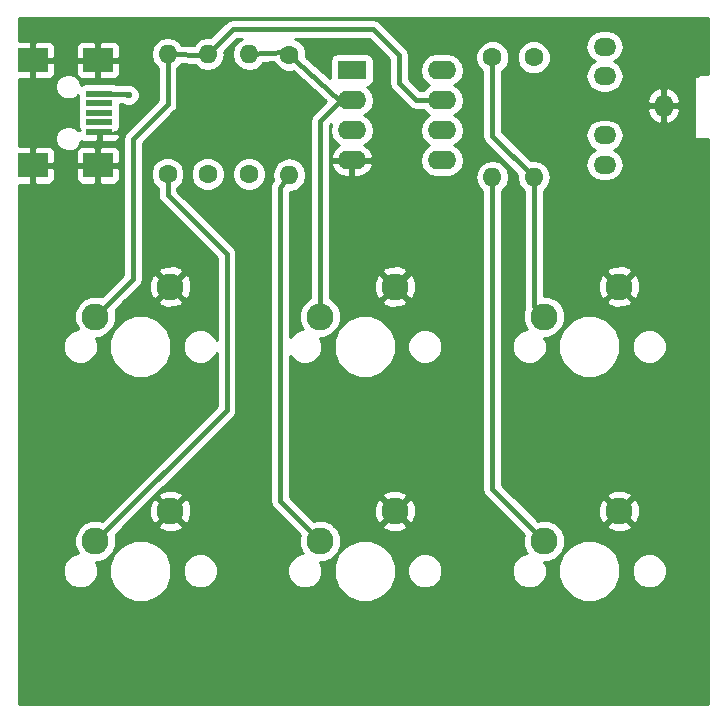
<source format=gtl>
G04 #@! TF.FileFunction,Copper,L1,Top,Signal*
%FSLAX46Y46*%
G04 Gerber Fmt 4.6, Leading zero omitted, Abs format (unit mm)*
G04 Created by KiCad (PCBNEW 4.0.6) date Sunday, July 23, 2017 'AMt' 03:34:07 AM*
%MOMM*%
%LPD*%
G01*
G04 APERTURE LIST*
%ADD10C,0.100000*%
%ADD11C,2.286000*%
%ADD12O,1.524000X1.900000*%
%ADD13O,1.900000X1.524000*%
%ADD14R,2.400000X1.600000*%
%ADD15O,2.400000X1.600000*%
%ADD16C,1.600000*%
%ADD17O,1.600000X1.600000*%
%ADD18R,2.300000X0.500000*%
%ADD19R,2.500000X2.000000*%
%ADD20C,0.600000*%
%ADD21C,0.400000*%
%ADD22C,0.254000*%
G04 APERTURE END LIST*
D10*
D11*
X123412000Y-113947000D03*
X117062000Y-116487000D03*
X142412000Y-94947000D03*
X136062000Y-97487000D03*
D12*
X165172000Y-79627000D03*
D13*
X160172000Y-82127000D03*
X160172000Y-77127000D03*
X160172000Y-84627000D03*
X160172000Y-74627000D03*
D14*
X138772000Y-76627000D03*
D15*
X146392000Y-84247000D03*
X138772000Y-79167000D03*
X146392000Y-81707000D03*
X138772000Y-81707000D03*
X146392000Y-79167000D03*
X138772000Y-84247000D03*
X146392000Y-76627000D03*
D16*
X126572000Y-85427000D03*
D17*
X126572000Y-75267000D03*
D16*
X123172000Y-85427000D03*
D17*
X123172000Y-75267000D03*
D16*
X130072000Y-85427000D03*
D17*
X130072000Y-75267000D03*
D16*
X133472000Y-75327000D03*
D17*
X133472000Y-85487000D03*
D16*
X154172000Y-75527000D03*
D17*
X154172000Y-85687000D03*
D16*
X150672000Y-75527000D03*
D17*
X150672000Y-85687000D03*
D18*
X117372000Y-78627000D03*
X117372000Y-79427000D03*
X117372000Y-80227000D03*
X117372000Y-81027000D03*
X117372000Y-81827000D03*
D19*
X117272000Y-75777000D03*
X111772000Y-75777000D03*
X117272000Y-84677000D03*
X111772000Y-84677000D03*
D11*
X123412000Y-94947000D03*
X117062000Y-97487000D03*
X142412000Y-113947000D03*
X136062000Y-116487000D03*
X161412000Y-94947000D03*
X155062000Y-97487000D03*
X161412000Y-113947000D03*
X155062000Y-116487000D03*
D20*
X119872000Y-78727000D03*
D21*
X117372000Y-78627000D02*
X119772000Y-78627000D01*
X119772000Y-78627000D02*
X119872000Y-78727000D01*
X123172000Y-75267000D02*
X126472000Y-75367000D01*
X126472000Y-75367000D02*
X126572000Y-75267000D01*
X146392000Y-79167000D02*
X144212000Y-79167000D01*
X128712000Y-73127000D02*
X126572000Y-75267000D01*
X140572000Y-73127000D02*
X128712000Y-73127000D01*
X142772000Y-75327000D02*
X140572000Y-73127000D01*
X142772000Y-77727000D02*
X142772000Y-75327000D01*
X144212000Y-79167000D02*
X142772000Y-77727000D01*
X123172000Y-75267000D02*
X123172000Y-79527000D01*
X120272000Y-94277000D02*
X117062000Y-97487000D01*
X120272000Y-82427000D02*
X120272000Y-94277000D01*
X123172000Y-79527000D02*
X120272000Y-82427000D01*
X123172000Y-85427000D02*
X123172000Y-87227000D01*
X128172000Y-105377000D02*
X117062000Y-116487000D01*
X128172000Y-92227000D02*
X128172000Y-105377000D01*
X123172000Y-87227000D02*
X128172000Y-92227000D01*
X130072000Y-75267000D02*
X133212000Y-75067000D01*
X133212000Y-75067000D02*
X137712000Y-79167000D01*
X137712000Y-79167000D02*
X138772000Y-79167000D01*
X138772000Y-79167000D02*
X137832000Y-79167000D01*
X137832000Y-79167000D02*
X136062000Y-80937000D01*
X136062000Y-80937000D02*
X136062000Y-97487000D01*
X133472000Y-85487000D02*
X133412000Y-85487000D01*
X133412000Y-85487000D02*
X132672000Y-86627000D01*
X132672000Y-86627000D02*
X132672000Y-113097000D01*
X132672000Y-113097000D02*
X136062000Y-116487000D01*
X150672000Y-75527000D02*
X150672000Y-82187000D01*
X150672000Y-82187000D02*
X154172000Y-85687000D01*
X154172000Y-85687000D02*
X154172000Y-96597000D01*
X154172000Y-96597000D02*
X155062000Y-97487000D01*
X150672000Y-85687000D02*
X150672000Y-112097000D01*
X150672000Y-112097000D02*
X155062000Y-116487000D01*
D22*
G36*
X168962000Y-76917000D02*
X168472000Y-76917000D01*
X168200295Y-76971046D01*
X168007301Y-77100000D01*
X167872000Y-77100000D01*
X167822590Y-77110006D01*
X167780965Y-77138447D01*
X167753685Y-77180841D01*
X167745000Y-77227000D01*
X167745000Y-82327000D01*
X167755006Y-82376410D01*
X167783447Y-82418035D01*
X167825841Y-82445315D01*
X167872000Y-82454000D01*
X168962000Y-82454000D01*
X168962000Y-130317000D01*
X110582000Y-130317000D01*
X110582000Y-119321267D01*
X114305842Y-119321267D01*
X114531580Y-119867595D01*
X114949206Y-120285951D01*
X115495139Y-120512642D01*
X116086267Y-120513158D01*
X116632595Y-120287420D01*
X117050951Y-119869794D01*
X117184726Y-119547626D01*
X118242645Y-119547626D01*
X118642028Y-120514207D01*
X119380904Y-121254373D01*
X120346785Y-121655442D01*
X121392626Y-121656355D01*
X122359207Y-121256972D01*
X123099373Y-120518096D01*
X123500442Y-119552215D01*
X123500643Y-119321267D01*
X124465842Y-119321267D01*
X124691580Y-119867595D01*
X125109206Y-120285951D01*
X125655139Y-120512642D01*
X126246267Y-120513158D01*
X126792595Y-120287420D01*
X127210951Y-119869794D01*
X127437642Y-119323861D01*
X127438158Y-118732733D01*
X127212420Y-118186405D01*
X126794794Y-117768049D01*
X126248861Y-117541358D01*
X125657733Y-117540842D01*
X125111405Y-117766580D01*
X124693049Y-118184206D01*
X124466358Y-118730139D01*
X124465842Y-119321267D01*
X123500643Y-119321267D01*
X123501355Y-118506374D01*
X123101972Y-117539793D01*
X122363096Y-116799627D01*
X121397215Y-116398558D01*
X120351374Y-116397645D01*
X119384793Y-116797028D01*
X118644627Y-117535904D01*
X118243558Y-118501785D01*
X118242645Y-119547626D01*
X117184726Y-119547626D01*
X117277642Y-119323861D01*
X117278158Y-118732733D01*
X117084903Y-118265021D01*
X117414114Y-118265308D01*
X118067840Y-117995194D01*
X118568436Y-117495471D01*
X118839691Y-116842218D01*
X118840308Y-116134886D01*
X118768579Y-115961289D01*
X119526905Y-115202963D01*
X122335642Y-115202963D01*
X122451806Y-115484658D01*
X123113333Y-115735062D01*
X123820329Y-115713249D01*
X124372194Y-115484658D01*
X124488358Y-115202963D01*
X123412000Y-114126605D01*
X122335642Y-115202963D01*
X119526905Y-115202963D01*
X121081535Y-113648333D01*
X121623938Y-113648333D01*
X121645751Y-114355329D01*
X121874342Y-114907194D01*
X122156037Y-115023358D01*
X123232395Y-113947000D01*
X123591605Y-113947000D01*
X124667963Y-115023358D01*
X124949658Y-114907194D01*
X125200062Y-114245667D01*
X125178249Y-113538671D01*
X124949658Y-112986806D01*
X124667963Y-112870642D01*
X123591605Y-113947000D01*
X123232395Y-113947000D01*
X122156037Y-112870642D01*
X121874342Y-112986806D01*
X121623938Y-113648333D01*
X121081535Y-113648333D01*
X122038831Y-112691037D01*
X122335642Y-112691037D01*
X123412000Y-113767395D01*
X124488358Y-112691037D01*
X124372194Y-112409342D01*
X123710667Y-112158938D01*
X123003671Y-112180751D01*
X122451806Y-112409342D01*
X122335642Y-112691037D01*
X122038831Y-112691037D01*
X128762434Y-105967434D01*
X128943440Y-105696540D01*
X129007000Y-105377000D01*
X129007000Y-92227000D01*
X128943439Y-91907459D01*
X128762434Y-91636566D01*
X124007000Y-86881132D01*
X124007000Y-86621083D01*
X124387824Y-86240923D01*
X124606750Y-85713691D01*
X124606752Y-85711187D01*
X125136752Y-85711187D01*
X125354757Y-86238800D01*
X125758077Y-86642824D01*
X126285309Y-86861750D01*
X126856187Y-86862248D01*
X127383800Y-86644243D01*
X127787824Y-86240923D01*
X128006750Y-85713691D01*
X128006752Y-85711187D01*
X128636752Y-85711187D01*
X128854757Y-86238800D01*
X129258077Y-86642824D01*
X129785309Y-86861750D01*
X130356187Y-86862248D01*
X130883800Y-86644243D01*
X131287824Y-86240923D01*
X131506750Y-85713691D01*
X131507248Y-85142813D01*
X131289243Y-84615200D01*
X130885923Y-84211176D01*
X130358691Y-83992250D01*
X129787813Y-83991752D01*
X129260200Y-84209757D01*
X128856176Y-84613077D01*
X128637250Y-85140309D01*
X128636752Y-85711187D01*
X128006752Y-85711187D01*
X128007248Y-85142813D01*
X127789243Y-84615200D01*
X127385923Y-84211176D01*
X126858691Y-83992250D01*
X126287813Y-83991752D01*
X125760200Y-84209757D01*
X125356176Y-84613077D01*
X125137250Y-85140309D01*
X125136752Y-85711187D01*
X124606752Y-85711187D01*
X124607248Y-85142813D01*
X124389243Y-84615200D01*
X123985923Y-84211176D01*
X123458691Y-83992250D01*
X122887813Y-83991752D01*
X122360200Y-84209757D01*
X121956176Y-84613077D01*
X121737250Y-85140309D01*
X121736752Y-85711187D01*
X121954757Y-86238800D01*
X122337000Y-86621710D01*
X122337000Y-87227000D01*
X122400561Y-87546541D01*
X122581566Y-87817434D01*
X127337000Y-92572868D01*
X127337000Y-99487912D01*
X127212420Y-99186405D01*
X126794794Y-98768049D01*
X126248861Y-98541358D01*
X125657733Y-98540842D01*
X125111405Y-98766580D01*
X124693049Y-99184206D01*
X124466358Y-99730139D01*
X124465842Y-100321267D01*
X124691580Y-100867595D01*
X125109206Y-101285951D01*
X125655139Y-101512642D01*
X126246267Y-101513158D01*
X126792595Y-101287420D01*
X127210951Y-100869794D01*
X127337000Y-100566234D01*
X127337000Y-105031132D01*
X117587935Y-114780197D01*
X117417218Y-114709309D01*
X116709886Y-114708692D01*
X116056160Y-114978806D01*
X115555564Y-115478529D01*
X115284309Y-116131782D01*
X115283692Y-116839114D01*
X115553806Y-117492840D01*
X115601815Y-117540933D01*
X115497733Y-117540842D01*
X114951405Y-117766580D01*
X114533049Y-118184206D01*
X114306358Y-118730139D01*
X114305842Y-119321267D01*
X110582000Y-119321267D01*
X110582000Y-100321267D01*
X114305842Y-100321267D01*
X114531580Y-100867595D01*
X114949206Y-101285951D01*
X115495139Y-101512642D01*
X116086267Y-101513158D01*
X116632595Y-101287420D01*
X117050951Y-100869794D01*
X117184726Y-100547626D01*
X118242645Y-100547626D01*
X118642028Y-101514207D01*
X119380904Y-102254373D01*
X120346785Y-102655442D01*
X121392626Y-102656355D01*
X122359207Y-102256972D01*
X123099373Y-101518096D01*
X123500442Y-100552215D01*
X123501355Y-99506374D01*
X123101972Y-98539793D01*
X122363096Y-97799627D01*
X121397215Y-97398558D01*
X120351374Y-97397645D01*
X119384793Y-97797028D01*
X118644627Y-98535904D01*
X118243558Y-99501785D01*
X118242645Y-100547626D01*
X117184726Y-100547626D01*
X117277642Y-100323861D01*
X117278158Y-99732733D01*
X117084903Y-99265021D01*
X117414114Y-99265308D01*
X118067840Y-98995194D01*
X118568436Y-98495471D01*
X118839691Y-97842218D01*
X118840308Y-97134886D01*
X118768579Y-96961289D01*
X119526905Y-96202963D01*
X122335642Y-96202963D01*
X122451806Y-96484658D01*
X123113333Y-96735062D01*
X123820329Y-96713249D01*
X124372194Y-96484658D01*
X124488358Y-96202963D01*
X123412000Y-95126605D01*
X122335642Y-96202963D01*
X119526905Y-96202963D01*
X120862434Y-94867434D01*
X121008832Y-94648333D01*
X121623938Y-94648333D01*
X121645751Y-95355329D01*
X121874342Y-95907194D01*
X122156037Y-96023358D01*
X123232395Y-94947000D01*
X123591605Y-94947000D01*
X124667963Y-96023358D01*
X124949658Y-95907194D01*
X125200062Y-95245667D01*
X125178249Y-94538671D01*
X124949658Y-93986806D01*
X124667963Y-93870642D01*
X123591605Y-94947000D01*
X123232395Y-94947000D01*
X122156037Y-93870642D01*
X121874342Y-93986806D01*
X121623938Y-94648333D01*
X121008832Y-94648333D01*
X121043440Y-94596540D01*
X121107000Y-94277000D01*
X121107000Y-93691037D01*
X122335642Y-93691037D01*
X123412000Y-94767395D01*
X124488358Y-93691037D01*
X124372194Y-93409342D01*
X123710667Y-93158938D01*
X123003671Y-93180751D01*
X122451806Y-93409342D01*
X122335642Y-93691037D01*
X121107000Y-93691037D01*
X121107000Y-82772868D01*
X123762434Y-80117434D01*
X123772747Y-80102000D01*
X123943439Y-79846541D01*
X124007000Y-79527000D01*
X124007000Y-76429882D01*
X124186698Y-76309811D01*
X124302409Y-76136638D01*
X125465134Y-76171872D01*
X125557302Y-76309811D01*
X126022849Y-76620880D01*
X126572000Y-76730113D01*
X127121151Y-76620880D01*
X127586698Y-76309811D01*
X127897767Y-75844264D01*
X128007000Y-75295113D01*
X128007000Y-75238887D01*
X127969501Y-75050367D01*
X129057868Y-73962000D01*
X129449695Y-73962000D01*
X129057302Y-74224189D01*
X128746233Y-74689736D01*
X128637000Y-75238887D01*
X128637000Y-75295113D01*
X128746233Y-75844264D01*
X129057302Y-76309811D01*
X129522849Y-76620880D01*
X130072000Y-76730113D01*
X130621151Y-76620880D01*
X131086698Y-76309811D01*
X131275649Y-76027026D01*
X132184650Y-75969128D01*
X132254757Y-76138800D01*
X132658077Y-76542824D01*
X133185309Y-76761750D01*
X133756187Y-76762248D01*
X133808915Y-76740461D01*
X136565822Y-79252310D01*
X135471566Y-80346566D01*
X135290561Y-80617459D01*
X135227000Y-80937000D01*
X135227000Y-95908216D01*
X135056160Y-95978806D01*
X134555564Y-96478529D01*
X134284309Y-97131782D01*
X134283692Y-97839114D01*
X134553806Y-98492840D01*
X134601815Y-98540933D01*
X134497733Y-98540842D01*
X133951405Y-98766580D01*
X133533049Y-99184206D01*
X133507000Y-99246939D01*
X133507000Y-86943151D01*
X134021151Y-86840880D01*
X134486698Y-86529811D01*
X134797767Y-86064264D01*
X134907000Y-85515113D01*
X134907000Y-85458887D01*
X134797767Y-84909736D01*
X134486698Y-84444189D01*
X134021151Y-84133120D01*
X133472000Y-84023887D01*
X132922849Y-84133120D01*
X132457302Y-84444189D01*
X132146233Y-84909736D01*
X132037000Y-85458887D01*
X132037000Y-85515113D01*
X132121735Y-85941107D01*
X131971619Y-86172367D01*
X131943196Y-86243651D01*
X131900561Y-86307459D01*
X131883445Y-86393506D01*
X131850952Y-86474998D01*
X131851972Y-86551732D01*
X131837000Y-86627000D01*
X131837000Y-113097000D01*
X131900561Y-113416541D01*
X131982166Y-113538671D01*
X132081566Y-113687434D01*
X134355197Y-115961065D01*
X134284309Y-116131782D01*
X134283692Y-116839114D01*
X134553806Y-117492840D01*
X134601815Y-117540933D01*
X134497733Y-117540842D01*
X133951405Y-117766580D01*
X133533049Y-118184206D01*
X133306358Y-118730139D01*
X133305842Y-119321267D01*
X133531580Y-119867595D01*
X133949206Y-120285951D01*
X134495139Y-120512642D01*
X135086267Y-120513158D01*
X135632595Y-120287420D01*
X136050951Y-119869794D01*
X136184726Y-119547626D01*
X137242645Y-119547626D01*
X137642028Y-120514207D01*
X138380904Y-121254373D01*
X139346785Y-121655442D01*
X140392626Y-121656355D01*
X141359207Y-121256972D01*
X142099373Y-120518096D01*
X142500442Y-119552215D01*
X142500643Y-119321267D01*
X143465842Y-119321267D01*
X143691580Y-119867595D01*
X144109206Y-120285951D01*
X144655139Y-120512642D01*
X145246267Y-120513158D01*
X145792595Y-120287420D01*
X146210951Y-119869794D01*
X146437642Y-119323861D01*
X146438158Y-118732733D01*
X146212420Y-118186405D01*
X145794794Y-117768049D01*
X145248861Y-117541358D01*
X144657733Y-117540842D01*
X144111405Y-117766580D01*
X143693049Y-118184206D01*
X143466358Y-118730139D01*
X143465842Y-119321267D01*
X142500643Y-119321267D01*
X142501355Y-118506374D01*
X142101972Y-117539793D01*
X141363096Y-116799627D01*
X140397215Y-116398558D01*
X139351374Y-116397645D01*
X138384793Y-116797028D01*
X137644627Y-117535904D01*
X137243558Y-118501785D01*
X137242645Y-119547626D01*
X136184726Y-119547626D01*
X136277642Y-119323861D01*
X136278158Y-118732733D01*
X136084903Y-118265021D01*
X136414114Y-118265308D01*
X137067840Y-117995194D01*
X137568436Y-117495471D01*
X137839691Y-116842218D01*
X137840308Y-116134886D01*
X137570194Y-115481160D01*
X137292483Y-115202963D01*
X141335642Y-115202963D01*
X141451806Y-115484658D01*
X142113333Y-115735062D01*
X142820329Y-115713249D01*
X143372194Y-115484658D01*
X143488358Y-115202963D01*
X142412000Y-114126605D01*
X141335642Y-115202963D01*
X137292483Y-115202963D01*
X137070471Y-114980564D01*
X136417218Y-114709309D01*
X135709886Y-114708692D01*
X135536289Y-114780421D01*
X134404201Y-113648333D01*
X140623938Y-113648333D01*
X140645751Y-114355329D01*
X140874342Y-114907194D01*
X141156037Y-115023358D01*
X142232395Y-113947000D01*
X142591605Y-113947000D01*
X143667963Y-115023358D01*
X143949658Y-114907194D01*
X144200062Y-114245667D01*
X144178249Y-113538671D01*
X143949658Y-112986806D01*
X143667963Y-112870642D01*
X142591605Y-113947000D01*
X142232395Y-113947000D01*
X141156037Y-112870642D01*
X140874342Y-112986806D01*
X140623938Y-113648333D01*
X134404201Y-113648333D01*
X133507000Y-112751132D01*
X133507000Y-112691037D01*
X141335642Y-112691037D01*
X142412000Y-113767395D01*
X143488358Y-112691037D01*
X143372194Y-112409342D01*
X142710667Y-112158938D01*
X142003671Y-112180751D01*
X141451806Y-112409342D01*
X141335642Y-112691037D01*
X133507000Y-112691037D01*
X133507000Y-100808107D01*
X133531580Y-100867595D01*
X133949206Y-101285951D01*
X134495139Y-101512642D01*
X135086267Y-101513158D01*
X135632595Y-101287420D01*
X136050951Y-100869794D01*
X136184726Y-100547626D01*
X137242645Y-100547626D01*
X137642028Y-101514207D01*
X138380904Y-102254373D01*
X139346785Y-102655442D01*
X140392626Y-102656355D01*
X141359207Y-102256972D01*
X142099373Y-101518096D01*
X142500442Y-100552215D01*
X142500643Y-100321267D01*
X143465842Y-100321267D01*
X143691580Y-100867595D01*
X144109206Y-101285951D01*
X144655139Y-101512642D01*
X145246267Y-101513158D01*
X145792595Y-101287420D01*
X146210951Y-100869794D01*
X146437642Y-100323861D01*
X146438158Y-99732733D01*
X146212420Y-99186405D01*
X145794794Y-98768049D01*
X145248861Y-98541358D01*
X144657733Y-98540842D01*
X144111405Y-98766580D01*
X143693049Y-99184206D01*
X143466358Y-99730139D01*
X143465842Y-100321267D01*
X142500643Y-100321267D01*
X142501355Y-99506374D01*
X142101972Y-98539793D01*
X141363096Y-97799627D01*
X140397215Y-97398558D01*
X139351374Y-97397645D01*
X138384793Y-97797028D01*
X137644627Y-98535904D01*
X137243558Y-99501785D01*
X137242645Y-100547626D01*
X136184726Y-100547626D01*
X136277642Y-100323861D01*
X136278158Y-99732733D01*
X136084903Y-99265021D01*
X136414114Y-99265308D01*
X137067840Y-98995194D01*
X137568436Y-98495471D01*
X137839691Y-97842218D01*
X137840308Y-97134886D01*
X137570194Y-96481160D01*
X137292483Y-96202963D01*
X141335642Y-96202963D01*
X141451806Y-96484658D01*
X142113333Y-96735062D01*
X142820329Y-96713249D01*
X143372194Y-96484658D01*
X143488358Y-96202963D01*
X142412000Y-95126605D01*
X141335642Y-96202963D01*
X137292483Y-96202963D01*
X137070471Y-95980564D01*
X136897000Y-95908532D01*
X136897000Y-94648333D01*
X140623938Y-94648333D01*
X140645751Y-95355329D01*
X140874342Y-95907194D01*
X141156037Y-96023358D01*
X142232395Y-94947000D01*
X142591605Y-94947000D01*
X143667963Y-96023358D01*
X143949658Y-95907194D01*
X144200062Y-95245667D01*
X144178249Y-94538671D01*
X143949658Y-93986806D01*
X143667963Y-93870642D01*
X142591605Y-94947000D01*
X142232395Y-94947000D01*
X141156037Y-93870642D01*
X140874342Y-93986806D01*
X140623938Y-94648333D01*
X136897000Y-94648333D01*
X136897000Y-93691037D01*
X141335642Y-93691037D01*
X142412000Y-94767395D01*
X143488358Y-93691037D01*
X143372194Y-93409342D01*
X142710667Y-93158938D01*
X142003671Y-93180751D01*
X141451806Y-93409342D01*
X141335642Y-93691037D01*
X136897000Y-93691037D01*
X136897000Y-84596039D01*
X136980096Y-84596039D01*
X136997633Y-84678819D01*
X137267500Y-85171896D01*
X137705517Y-85524166D01*
X138245000Y-85682000D01*
X138645000Y-85682000D01*
X138645000Y-84374000D01*
X138899000Y-84374000D01*
X138899000Y-85682000D01*
X139299000Y-85682000D01*
X139838483Y-85524166D01*
X140276500Y-85171896D01*
X140546367Y-84678819D01*
X140563904Y-84596039D01*
X140441915Y-84374000D01*
X138899000Y-84374000D01*
X138645000Y-84374000D01*
X137102085Y-84374000D01*
X136980096Y-84596039D01*
X136897000Y-84596039D01*
X136897000Y-81282868D01*
X137007369Y-81172499D01*
X136901050Y-81707000D01*
X137010283Y-82256151D01*
X137321352Y-82721698D01*
X137699707Y-82974507D01*
X137267500Y-83322104D01*
X136997633Y-83815181D01*
X136980096Y-83897961D01*
X137102085Y-84120000D01*
X138645000Y-84120000D01*
X138645000Y-84100000D01*
X138899000Y-84100000D01*
X138899000Y-84120000D01*
X140441915Y-84120000D01*
X140563904Y-83897961D01*
X140546367Y-83815181D01*
X140276500Y-83322104D01*
X139844293Y-82974507D01*
X140222648Y-82721698D01*
X140533717Y-82256151D01*
X140642950Y-81707000D01*
X140533717Y-81157849D01*
X140222648Y-80692302D01*
X139840562Y-80437000D01*
X140222648Y-80181698D01*
X140533717Y-79716151D01*
X140642950Y-79167000D01*
X140533717Y-78617849D01*
X140222648Y-78152302D01*
X140076650Y-78054749D01*
X140207317Y-78030162D01*
X140423441Y-77891090D01*
X140568431Y-77678890D01*
X140619440Y-77427000D01*
X140619440Y-75827000D01*
X140575162Y-75591683D01*
X140436090Y-75375559D01*
X140223890Y-75230569D01*
X139972000Y-75179560D01*
X137572000Y-75179560D01*
X137336683Y-75223838D01*
X137120559Y-75362910D01*
X136975569Y-75575110D01*
X136924560Y-75827000D01*
X136924560Y-77319949D01*
X134906865Y-75481605D01*
X134907248Y-75042813D01*
X134689243Y-74515200D01*
X134285923Y-74111176D01*
X133926668Y-73962000D01*
X140226132Y-73962000D01*
X141937000Y-75672868D01*
X141937000Y-77727000D01*
X142000561Y-78046541D01*
X142131078Y-78241873D01*
X142181566Y-78317434D01*
X143621566Y-79757434D01*
X143892460Y-79938440D01*
X144212000Y-80002000D01*
X144821281Y-80002000D01*
X144941352Y-80181698D01*
X145323438Y-80437000D01*
X144941352Y-80692302D01*
X144630283Y-81157849D01*
X144521050Y-81707000D01*
X144630283Y-82256151D01*
X144941352Y-82721698D01*
X145323438Y-82977000D01*
X144941352Y-83232302D01*
X144630283Y-83697849D01*
X144521050Y-84247000D01*
X144630283Y-84796151D01*
X144941352Y-85261698D01*
X145406899Y-85572767D01*
X145956050Y-85682000D01*
X146827950Y-85682000D01*
X146944146Y-85658887D01*
X149237000Y-85658887D01*
X149237000Y-85715113D01*
X149346233Y-86264264D01*
X149657302Y-86729811D01*
X149837000Y-86849882D01*
X149837000Y-112097000D01*
X149900561Y-112416541D01*
X149960714Y-112506566D01*
X150081566Y-112687434D01*
X153355197Y-115961065D01*
X153284309Y-116131782D01*
X153283692Y-116839114D01*
X153553806Y-117492840D01*
X153601815Y-117540933D01*
X153497733Y-117540842D01*
X152951405Y-117766580D01*
X152533049Y-118184206D01*
X152306358Y-118730139D01*
X152305842Y-119321267D01*
X152531580Y-119867595D01*
X152949206Y-120285951D01*
X153495139Y-120512642D01*
X154086267Y-120513158D01*
X154632595Y-120287420D01*
X155050951Y-119869794D01*
X155184726Y-119547626D01*
X156242645Y-119547626D01*
X156642028Y-120514207D01*
X157380904Y-121254373D01*
X158346785Y-121655442D01*
X159392626Y-121656355D01*
X160359207Y-121256972D01*
X161099373Y-120518096D01*
X161500442Y-119552215D01*
X161500643Y-119321267D01*
X162465842Y-119321267D01*
X162691580Y-119867595D01*
X163109206Y-120285951D01*
X163655139Y-120512642D01*
X164246267Y-120513158D01*
X164792595Y-120287420D01*
X165210951Y-119869794D01*
X165437642Y-119323861D01*
X165438158Y-118732733D01*
X165212420Y-118186405D01*
X164794794Y-117768049D01*
X164248861Y-117541358D01*
X163657733Y-117540842D01*
X163111405Y-117766580D01*
X162693049Y-118184206D01*
X162466358Y-118730139D01*
X162465842Y-119321267D01*
X161500643Y-119321267D01*
X161501355Y-118506374D01*
X161101972Y-117539793D01*
X160363096Y-116799627D01*
X159397215Y-116398558D01*
X158351374Y-116397645D01*
X157384793Y-116797028D01*
X156644627Y-117535904D01*
X156243558Y-118501785D01*
X156242645Y-119547626D01*
X155184726Y-119547626D01*
X155277642Y-119323861D01*
X155278158Y-118732733D01*
X155084903Y-118265021D01*
X155414114Y-118265308D01*
X156067840Y-117995194D01*
X156568436Y-117495471D01*
X156839691Y-116842218D01*
X156840308Y-116134886D01*
X156570194Y-115481160D01*
X156292483Y-115202963D01*
X160335642Y-115202963D01*
X160451806Y-115484658D01*
X161113333Y-115735062D01*
X161820329Y-115713249D01*
X162372194Y-115484658D01*
X162488358Y-115202963D01*
X161412000Y-114126605D01*
X160335642Y-115202963D01*
X156292483Y-115202963D01*
X156070471Y-114980564D01*
X155417218Y-114709309D01*
X154709886Y-114708692D01*
X154536289Y-114780421D01*
X153404201Y-113648333D01*
X159623938Y-113648333D01*
X159645751Y-114355329D01*
X159874342Y-114907194D01*
X160156037Y-115023358D01*
X161232395Y-113947000D01*
X161591605Y-113947000D01*
X162667963Y-115023358D01*
X162949658Y-114907194D01*
X163200062Y-114245667D01*
X163178249Y-113538671D01*
X162949658Y-112986806D01*
X162667963Y-112870642D01*
X161591605Y-113947000D01*
X161232395Y-113947000D01*
X160156037Y-112870642D01*
X159874342Y-112986806D01*
X159623938Y-113648333D01*
X153404201Y-113648333D01*
X152446905Y-112691037D01*
X160335642Y-112691037D01*
X161412000Y-113767395D01*
X162488358Y-112691037D01*
X162372194Y-112409342D01*
X161710667Y-112158938D01*
X161003671Y-112180751D01*
X160451806Y-112409342D01*
X160335642Y-112691037D01*
X152446905Y-112691037D01*
X151507000Y-111751132D01*
X151507000Y-86849882D01*
X151686698Y-86729811D01*
X151997767Y-86264264D01*
X152107000Y-85715113D01*
X152107000Y-85658887D01*
X151997767Y-85109736D01*
X151686698Y-84644189D01*
X151221151Y-84333120D01*
X150672000Y-84223887D01*
X150122849Y-84333120D01*
X149657302Y-84644189D01*
X149346233Y-85109736D01*
X149237000Y-85658887D01*
X146944146Y-85658887D01*
X147377101Y-85572767D01*
X147842648Y-85261698D01*
X148153717Y-84796151D01*
X148262950Y-84247000D01*
X148153717Y-83697849D01*
X147842648Y-83232302D01*
X147460562Y-82977000D01*
X147842648Y-82721698D01*
X148153717Y-82256151D01*
X148262950Y-81707000D01*
X148153717Y-81157849D01*
X147842648Y-80692302D01*
X147460562Y-80437000D01*
X147842648Y-80181698D01*
X148153717Y-79716151D01*
X148262950Y-79167000D01*
X148153717Y-78617849D01*
X147842648Y-78152302D01*
X147460562Y-77897000D01*
X147842648Y-77641698D01*
X148153717Y-77176151D01*
X148262950Y-76627000D01*
X148153717Y-76077849D01*
X147975539Y-75811187D01*
X149236752Y-75811187D01*
X149454757Y-76338800D01*
X149837000Y-76721710D01*
X149837000Y-82187000D01*
X149900561Y-82506541D01*
X150060923Y-82746540D01*
X150081566Y-82777434D01*
X152774499Y-85470367D01*
X152737000Y-85658887D01*
X152737000Y-85715113D01*
X152846233Y-86264264D01*
X153157302Y-86729811D01*
X153337000Y-86849882D01*
X153337000Y-96597000D01*
X153391856Y-96872780D01*
X153284309Y-97131782D01*
X153283692Y-97839114D01*
X153553806Y-98492840D01*
X153601815Y-98540933D01*
X153497733Y-98540842D01*
X152951405Y-98766580D01*
X152533049Y-99184206D01*
X152306358Y-99730139D01*
X152305842Y-100321267D01*
X152531580Y-100867595D01*
X152949206Y-101285951D01*
X153495139Y-101512642D01*
X154086267Y-101513158D01*
X154632595Y-101287420D01*
X155050951Y-100869794D01*
X155184726Y-100547626D01*
X156242645Y-100547626D01*
X156642028Y-101514207D01*
X157380904Y-102254373D01*
X158346785Y-102655442D01*
X159392626Y-102656355D01*
X160359207Y-102256972D01*
X161099373Y-101518096D01*
X161500442Y-100552215D01*
X161500643Y-100321267D01*
X162465842Y-100321267D01*
X162691580Y-100867595D01*
X163109206Y-101285951D01*
X163655139Y-101512642D01*
X164246267Y-101513158D01*
X164792595Y-101287420D01*
X165210951Y-100869794D01*
X165437642Y-100323861D01*
X165438158Y-99732733D01*
X165212420Y-99186405D01*
X164794794Y-98768049D01*
X164248861Y-98541358D01*
X163657733Y-98540842D01*
X163111405Y-98766580D01*
X162693049Y-99184206D01*
X162466358Y-99730139D01*
X162465842Y-100321267D01*
X161500643Y-100321267D01*
X161501355Y-99506374D01*
X161101972Y-98539793D01*
X160363096Y-97799627D01*
X159397215Y-97398558D01*
X158351374Y-97397645D01*
X157384793Y-97797028D01*
X156644627Y-98535904D01*
X156243558Y-99501785D01*
X156242645Y-100547626D01*
X155184726Y-100547626D01*
X155277642Y-100323861D01*
X155278158Y-99732733D01*
X155084903Y-99265021D01*
X155414114Y-99265308D01*
X156067840Y-98995194D01*
X156568436Y-98495471D01*
X156839691Y-97842218D01*
X156840308Y-97134886D01*
X156570194Y-96481160D01*
X156292483Y-96202963D01*
X160335642Y-96202963D01*
X160451806Y-96484658D01*
X161113333Y-96735062D01*
X161820329Y-96713249D01*
X162372194Y-96484658D01*
X162488358Y-96202963D01*
X161412000Y-95126605D01*
X160335642Y-96202963D01*
X156292483Y-96202963D01*
X156070471Y-95980564D01*
X155417218Y-95709309D01*
X155007000Y-95708951D01*
X155007000Y-94648333D01*
X159623938Y-94648333D01*
X159645751Y-95355329D01*
X159874342Y-95907194D01*
X160156037Y-96023358D01*
X161232395Y-94947000D01*
X161591605Y-94947000D01*
X162667963Y-96023358D01*
X162949658Y-95907194D01*
X163200062Y-95245667D01*
X163178249Y-94538671D01*
X162949658Y-93986806D01*
X162667963Y-93870642D01*
X161591605Y-94947000D01*
X161232395Y-94947000D01*
X160156037Y-93870642D01*
X159874342Y-93986806D01*
X159623938Y-94648333D01*
X155007000Y-94648333D01*
X155007000Y-93691037D01*
X160335642Y-93691037D01*
X161412000Y-94767395D01*
X162488358Y-93691037D01*
X162372194Y-93409342D01*
X161710667Y-93158938D01*
X161003671Y-93180751D01*
X160451806Y-93409342D01*
X160335642Y-93691037D01*
X155007000Y-93691037D01*
X155007000Y-86849882D01*
X155186698Y-86729811D01*
X155497767Y-86264264D01*
X155607000Y-85715113D01*
X155607000Y-85658887D01*
X155497767Y-85109736D01*
X155186698Y-84644189D01*
X154721151Y-84333120D01*
X154172000Y-84223887D01*
X153936582Y-84270714D01*
X151792868Y-82127000D01*
X158555948Y-82127000D01*
X158662288Y-82661609D01*
X158965120Y-83114828D01*
X159357487Y-83377000D01*
X158965120Y-83639172D01*
X158662288Y-84092391D01*
X158555948Y-84627000D01*
X158662288Y-85161609D01*
X158965120Y-85614828D01*
X159418339Y-85917660D01*
X159952948Y-86024000D01*
X160391052Y-86024000D01*
X160925661Y-85917660D01*
X161378880Y-85614828D01*
X161681712Y-85161609D01*
X161788052Y-84627000D01*
X161681712Y-84092391D01*
X161378880Y-83639172D01*
X160986513Y-83377000D01*
X161378880Y-83114828D01*
X161681712Y-82661609D01*
X161788052Y-82127000D01*
X161681712Y-81592391D01*
X161378880Y-81139172D01*
X160925661Y-80836340D01*
X160391052Y-80730000D01*
X159952948Y-80730000D01*
X159418339Y-80836340D01*
X158965120Y-81139172D01*
X158662288Y-81592391D01*
X158555948Y-82127000D01*
X151792868Y-82127000D01*
X151507000Y-81841132D01*
X151507000Y-79973723D01*
X163779926Y-79973723D01*
X163946632Y-80494365D01*
X164299889Y-80911579D01*
X164785917Y-81161849D01*
X164828930Y-81169220D01*
X165045000Y-81046720D01*
X165045000Y-79754000D01*
X165299000Y-79754000D01*
X165299000Y-81046720D01*
X165515070Y-81169220D01*
X165558083Y-81161849D01*
X166044111Y-80911579D01*
X166397368Y-80494365D01*
X166564074Y-79973723D01*
X166413015Y-79754000D01*
X165299000Y-79754000D01*
X165045000Y-79754000D01*
X163930985Y-79754000D01*
X163779926Y-79973723D01*
X151507000Y-79973723D01*
X151507000Y-79280277D01*
X163779926Y-79280277D01*
X163930985Y-79500000D01*
X165045000Y-79500000D01*
X165045000Y-78207280D01*
X165299000Y-78207280D01*
X165299000Y-79500000D01*
X166413015Y-79500000D01*
X166564074Y-79280277D01*
X166397368Y-78759635D01*
X166044111Y-78342421D01*
X165558083Y-78092151D01*
X165515070Y-78084780D01*
X165299000Y-78207280D01*
X165045000Y-78207280D01*
X164828930Y-78084780D01*
X164785917Y-78092151D01*
X164299889Y-78342421D01*
X163946632Y-78759635D01*
X163779926Y-79280277D01*
X151507000Y-79280277D01*
X151507000Y-76721083D01*
X151887824Y-76340923D01*
X152106750Y-75813691D01*
X152106752Y-75811187D01*
X152736752Y-75811187D01*
X152954757Y-76338800D01*
X153358077Y-76742824D01*
X153885309Y-76961750D01*
X154456187Y-76962248D01*
X154983800Y-76744243D01*
X155387824Y-76340923D01*
X155606750Y-75813691D01*
X155607248Y-75242813D01*
X155389243Y-74715200D01*
X155301197Y-74627000D01*
X158555948Y-74627000D01*
X158662288Y-75161609D01*
X158965120Y-75614828D01*
X159357487Y-75877000D01*
X158965120Y-76139172D01*
X158662288Y-76592391D01*
X158555948Y-77127000D01*
X158662288Y-77661609D01*
X158965120Y-78114828D01*
X159418339Y-78417660D01*
X159952948Y-78524000D01*
X160391052Y-78524000D01*
X160925661Y-78417660D01*
X161378880Y-78114828D01*
X161681712Y-77661609D01*
X161788052Y-77127000D01*
X161681712Y-76592391D01*
X161378880Y-76139172D01*
X160986513Y-75877000D01*
X161378880Y-75614828D01*
X161681712Y-75161609D01*
X161788052Y-74627000D01*
X161681712Y-74092391D01*
X161378880Y-73639172D01*
X160925661Y-73336340D01*
X160391052Y-73230000D01*
X159952948Y-73230000D01*
X159418339Y-73336340D01*
X158965120Y-73639172D01*
X158662288Y-74092391D01*
X158555948Y-74627000D01*
X155301197Y-74627000D01*
X154985923Y-74311176D01*
X154458691Y-74092250D01*
X153887813Y-74091752D01*
X153360200Y-74309757D01*
X152956176Y-74713077D01*
X152737250Y-75240309D01*
X152736752Y-75811187D01*
X152106752Y-75811187D01*
X152107248Y-75242813D01*
X151889243Y-74715200D01*
X151485923Y-74311176D01*
X150958691Y-74092250D01*
X150387813Y-74091752D01*
X149860200Y-74309757D01*
X149456176Y-74713077D01*
X149237250Y-75240309D01*
X149236752Y-75811187D01*
X147975539Y-75811187D01*
X147842648Y-75612302D01*
X147377101Y-75301233D01*
X146827950Y-75192000D01*
X145956050Y-75192000D01*
X145406899Y-75301233D01*
X144941352Y-75612302D01*
X144630283Y-76077849D01*
X144521050Y-76627000D01*
X144630283Y-77176151D01*
X144941352Y-77641698D01*
X145323438Y-77897000D01*
X144941352Y-78152302D01*
X144821281Y-78332000D01*
X144557868Y-78332000D01*
X143607000Y-77381132D01*
X143607000Y-75327000D01*
X143543439Y-75007459D01*
X143362434Y-74736566D01*
X141162434Y-72536566D01*
X140891541Y-72355561D01*
X140572000Y-72292000D01*
X128712000Y-72292000D01*
X128392459Y-72355561D01*
X128121566Y-72536566D01*
X126807418Y-73850714D01*
X126572000Y-73803887D01*
X126022849Y-73913120D01*
X125557302Y-74224189D01*
X125374115Y-74498347D01*
X124349131Y-74467287D01*
X124186698Y-74224189D01*
X123721151Y-73913120D01*
X123172000Y-73803887D01*
X122622849Y-73913120D01*
X122157302Y-74224189D01*
X121846233Y-74689736D01*
X121737000Y-75238887D01*
X121737000Y-75295113D01*
X121846233Y-75844264D01*
X122157302Y-76309811D01*
X122337000Y-76429882D01*
X122337000Y-79181132D01*
X119681566Y-81836566D01*
X119500561Y-82107459D01*
X119437000Y-82427000D01*
X119437000Y-93931132D01*
X117587935Y-95780197D01*
X117417218Y-95709309D01*
X116709886Y-95708692D01*
X116056160Y-95978806D01*
X115555564Y-96478529D01*
X115284309Y-97131782D01*
X115283692Y-97839114D01*
X115553806Y-98492840D01*
X115601815Y-98540933D01*
X115497733Y-98540842D01*
X114951405Y-98766580D01*
X114533049Y-99184206D01*
X114306358Y-99730139D01*
X114305842Y-100321267D01*
X110582000Y-100321267D01*
X110582000Y-86312000D01*
X111486250Y-86312000D01*
X111645000Y-86153250D01*
X111645000Y-84804000D01*
X111899000Y-84804000D01*
X111899000Y-86153250D01*
X112057750Y-86312000D01*
X113148309Y-86312000D01*
X113381698Y-86215327D01*
X113560327Y-86036699D01*
X113657000Y-85803310D01*
X113657000Y-84962750D01*
X115387000Y-84962750D01*
X115387000Y-85803310D01*
X115483673Y-86036699D01*
X115662302Y-86215327D01*
X115895691Y-86312000D01*
X116986250Y-86312000D01*
X117145000Y-86153250D01*
X117145000Y-84804000D01*
X117399000Y-84804000D01*
X117399000Y-86153250D01*
X117557750Y-86312000D01*
X118648309Y-86312000D01*
X118881698Y-86215327D01*
X119060327Y-86036699D01*
X119157000Y-85803310D01*
X119157000Y-84962750D01*
X118998250Y-84804000D01*
X117399000Y-84804000D01*
X117145000Y-84804000D01*
X115545750Y-84804000D01*
X115387000Y-84962750D01*
X113657000Y-84962750D01*
X113498250Y-84804000D01*
X111899000Y-84804000D01*
X111645000Y-84804000D01*
X111625000Y-84804000D01*
X111625000Y-84550000D01*
X111645000Y-84550000D01*
X111645000Y-83200750D01*
X111899000Y-83200750D01*
X111899000Y-84550000D01*
X113498250Y-84550000D01*
X113657000Y-84391250D01*
X113657000Y-83550690D01*
X115387000Y-83550690D01*
X115387000Y-84391250D01*
X115545750Y-84550000D01*
X117145000Y-84550000D01*
X117145000Y-83200750D01*
X117399000Y-83200750D01*
X117399000Y-84550000D01*
X118998250Y-84550000D01*
X119157000Y-84391250D01*
X119157000Y-83550690D01*
X119060327Y-83317301D01*
X118881698Y-83138673D01*
X118648309Y-83042000D01*
X117557750Y-83042000D01*
X117399000Y-83200750D01*
X117145000Y-83200750D01*
X116986250Y-83042000D01*
X115895691Y-83042000D01*
X115662302Y-83138673D01*
X115483673Y-83317301D01*
X115387000Y-83550690D01*
X113657000Y-83550690D01*
X113560327Y-83317301D01*
X113381698Y-83138673D01*
X113148309Y-83042000D01*
X112057750Y-83042000D01*
X111899000Y-83200750D01*
X111645000Y-83200750D01*
X111486250Y-83042000D01*
X110582000Y-83042000D01*
X110582000Y-78241873D01*
X113686812Y-78241873D01*
X113851646Y-78640800D01*
X114156595Y-78946282D01*
X114555233Y-79111811D01*
X114986873Y-79112188D01*
X115385800Y-78947354D01*
X115574560Y-78758923D01*
X115574560Y-78877000D01*
X115603821Y-79032507D01*
X115574560Y-79177000D01*
X115574560Y-79677000D01*
X115603821Y-79832507D01*
X115574560Y-79977000D01*
X115574560Y-80477000D01*
X115603821Y-80632507D01*
X115574560Y-80777000D01*
X115574560Y-81277000D01*
X115600919Y-81417086D01*
X115587000Y-81450690D01*
X115587000Y-81543250D01*
X115732134Y-81688384D01*
X115739607Y-81699998D01*
X115587000Y-81699998D01*
X115587000Y-81707662D01*
X115387405Y-81507718D01*
X114988767Y-81342189D01*
X114557127Y-81341812D01*
X114158200Y-81506646D01*
X113852718Y-81811595D01*
X113687189Y-82210233D01*
X113686812Y-82641873D01*
X113851646Y-83040800D01*
X114156595Y-83346282D01*
X114555233Y-83511811D01*
X114986873Y-83512188D01*
X115385800Y-83347354D01*
X115691282Y-83042405D01*
X115856811Y-82643767D01*
X115856841Y-82609866D01*
X115862302Y-82615327D01*
X116095691Y-82712000D01*
X117086250Y-82712000D01*
X117245000Y-82553250D01*
X117245000Y-81952000D01*
X117499000Y-81952000D01*
X117499000Y-82553250D01*
X117657750Y-82712000D01*
X118648309Y-82712000D01*
X118881698Y-82615327D01*
X119060327Y-82436699D01*
X119157000Y-82203310D01*
X119157000Y-82110750D01*
X118998250Y-81952000D01*
X117499000Y-81952000D01*
X117245000Y-81952000D01*
X117225000Y-81952000D01*
X117225000Y-81924440D01*
X118522000Y-81924440D01*
X118757317Y-81880162D01*
X118973441Y-81741090D01*
X119004249Y-81696001D01*
X119157000Y-81543250D01*
X119157000Y-81450690D01*
X119141732Y-81413829D01*
X119169440Y-81277000D01*
X119169440Y-80777000D01*
X119140179Y-80621493D01*
X119169440Y-80477000D01*
X119169440Y-79977000D01*
X119140179Y-79821493D01*
X119169440Y-79677000D01*
X119169440Y-79462000D01*
X119284581Y-79462000D01*
X119341673Y-79519192D01*
X119685201Y-79661838D01*
X120057167Y-79662162D01*
X120400943Y-79520117D01*
X120664192Y-79257327D01*
X120806838Y-78913799D01*
X120807162Y-78541833D01*
X120665117Y-78198057D01*
X120402327Y-77934808D01*
X120058799Y-77792162D01*
X119686833Y-77791838D01*
X119686441Y-77792000D01*
X118790620Y-77792000D01*
X118773890Y-77780569D01*
X118522000Y-77729560D01*
X116222000Y-77729560D01*
X115986683Y-77773838D01*
X115857149Y-77857191D01*
X115857188Y-77812127D01*
X115692354Y-77413200D01*
X115387405Y-77107718D01*
X114988767Y-76942189D01*
X114557127Y-76941812D01*
X114158200Y-77106646D01*
X113852718Y-77411595D01*
X113687189Y-77810233D01*
X113686812Y-78241873D01*
X110582000Y-78241873D01*
X110582000Y-77412000D01*
X111486250Y-77412000D01*
X111645000Y-77253250D01*
X111645000Y-75904000D01*
X111899000Y-75904000D01*
X111899000Y-77253250D01*
X112057750Y-77412000D01*
X113148309Y-77412000D01*
X113381698Y-77315327D01*
X113560327Y-77136699D01*
X113657000Y-76903310D01*
X113657000Y-76062750D01*
X115387000Y-76062750D01*
X115387000Y-76903310D01*
X115483673Y-77136699D01*
X115662302Y-77315327D01*
X115895691Y-77412000D01*
X116986250Y-77412000D01*
X117145000Y-77253250D01*
X117145000Y-75904000D01*
X117399000Y-75904000D01*
X117399000Y-77253250D01*
X117557750Y-77412000D01*
X118648309Y-77412000D01*
X118881698Y-77315327D01*
X119060327Y-77136699D01*
X119157000Y-76903310D01*
X119157000Y-76062750D01*
X118998250Y-75904000D01*
X117399000Y-75904000D01*
X117145000Y-75904000D01*
X115545750Y-75904000D01*
X115387000Y-76062750D01*
X113657000Y-76062750D01*
X113498250Y-75904000D01*
X111899000Y-75904000D01*
X111645000Y-75904000D01*
X111625000Y-75904000D01*
X111625000Y-75650000D01*
X111645000Y-75650000D01*
X111645000Y-74300750D01*
X111899000Y-74300750D01*
X111899000Y-75650000D01*
X113498250Y-75650000D01*
X113657000Y-75491250D01*
X113657000Y-74650690D01*
X115387000Y-74650690D01*
X115387000Y-75491250D01*
X115545750Y-75650000D01*
X117145000Y-75650000D01*
X117145000Y-74300750D01*
X117399000Y-74300750D01*
X117399000Y-75650000D01*
X118998250Y-75650000D01*
X119157000Y-75491250D01*
X119157000Y-74650690D01*
X119060327Y-74417301D01*
X118881698Y-74238673D01*
X118648309Y-74142000D01*
X117557750Y-74142000D01*
X117399000Y-74300750D01*
X117145000Y-74300750D01*
X116986250Y-74142000D01*
X115895691Y-74142000D01*
X115662302Y-74238673D01*
X115483673Y-74417301D01*
X115387000Y-74650690D01*
X113657000Y-74650690D01*
X113560327Y-74417301D01*
X113381698Y-74238673D01*
X113148309Y-74142000D01*
X112057750Y-74142000D01*
X111899000Y-74300750D01*
X111645000Y-74300750D01*
X111486250Y-74142000D01*
X110582000Y-74142000D01*
X110582000Y-72237000D01*
X168962000Y-72237000D01*
X168962000Y-76917000D01*
X168962000Y-76917000D01*
G37*
X168962000Y-76917000D02*
X168472000Y-76917000D01*
X168200295Y-76971046D01*
X168007301Y-77100000D01*
X167872000Y-77100000D01*
X167822590Y-77110006D01*
X167780965Y-77138447D01*
X167753685Y-77180841D01*
X167745000Y-77227000D01*
X167745000Y-82327000D01*
X167755006Y-82376410D01*
X167783447Y-82418035D01*
X167825841Y-82445315D01*
X167872000Y-82454000D01*
X168962000Y-82454000D01*
X168962000Y-130317000D01*
X110582000Y-130317000D01*
X110582000Y-119321267D01*
X114305842Y-119321267D01*
X114531580Y-119867595D01*
X114949206Y-120285951D01*
X115495139Y-120512642D01*
X116086267Y-120513158D01*
X116632595Y-120287420D01*
X117050951Y-119869794D01*
X117184726Y-119547626D01*
X118242645Y-119547626D01*
X118642028Y-120514207D01*
X119380904Y-121254373D01*
X120346785Y-121655442D01*
X121392626Y-121656355D01*
X122359207Y-121256972D01*
X123099373Y-120518096D01*
X123500442Y-119552215D01*
X123500643Y-119321267D01*
X124465842Y-119321267D01*
X124691580Y-119867595D01*
X125109206Y-120285951D01*
X125655139Y-120512642D01*
X126246267Y-120513158D01*
X126792595Y-120287420D01*
X127210951Y-119869794D01*
X127437642Y-119323861D01*
X127438158Y-118732733D01*
X127212420Y-118186405D01*
X126794794Y-117768049D01*
X126248861Y-117541358D01*
X125657733Y-117540842D01*
X125111405Y-117766580D01*
X124693049Y-118184206D01*
X124466358Y-118730139D01*
X124465842Y-119321267D01*
X123500643Y-119321267D01*
X123501355Y-118506374D01*
X123101972Y-117539793D01*
X122363096Y-116799627D01*
X121397215Y-116398558D01*
X120351374Y-116397645D01*
X119384793Y-116797028D01*
X118644627Y-117535904D01*
X118243558Y-118501785D01*
X118242645Y-119547626D01*
X117184726Y-119547626D01*
X117277642Y-119323861D01*
X117278158Y-118732733D01*
X117084903Y-118265021D01*
X117414114Y-118265308D01*
X118067840Y-117995194D01*
X118568436Y-117495471D01*
X118839691Y-116842218D01*
X118840308Y-116134886D01*
X118768579Y-115961289D01*
X119526905Y-115202963D01*
X122335642Y-115202963D01*
X122451806Y-115484658D01*
X123113333Y-115735062D01*
X123820329Y-115713249D01*
X124372194Y-115484658D01*
X124488358Y-115202963D01*
X123412000Y-114126605D01*
X122335642Y-115202963D01*
X119526905Y-115202963D01*
X121081535Y-113648333D01*
X121623938Y-113648333D01*
X121645751Y-114355329D01*
X121874342Y-114907194D01*
X122156037Y-115023358D01*
X123232395Y-113947000D01*
X123591605Y-113947000D01*
X124667963Y-115023358D01*
X124949658Y-114907194D01*
X125200062Y-114245667D01*
X125178249Y-113538671D01*
X124949658Y-112986806D01*
X124667963Y-112870642D01*
X123591605Y-113947000D01*
X123232395Y-113947000D01*
X122156037Y-112870642D01*
X121874342Y-112986806D01*
X121623938Y-113648333D01*
X121081535Y-113648333D01*
X122038831Y-112691037D01*
X122335642Y-112691037D01*
X123412000Y-113767395D01*
X124488358Y-112691037D01*
X124372194Y-112409342D01*
X123710667Y-112158938D01*
X123003671Y-112180751D01*
X122451806Y-112409342D01*
X122335642Y-112691037D01*
X122038831Y-112691037D01*
X128762434Y-105967434D01*
X128943440Y-105696540D01*
X129007000Y-105377000D01*
X129007000Y-92227000D01*
X128943439Y-91907459D01*
X128762434Y-91636566D01*
X124007000Y-86881132D01*
X124007000Y-86621083D01*
X124387824Y-86240923D01*
X124606750Y-85713691D01*
X124606752Y-85711187D01*
X125136752Y-85711187D01*
X125354757Y-86238800D01*
X125758077Y-86642824D01*
X126285309Y-86861750D01*
X126856187Y-86862248D01*
X127383800Y-86644243D01*
X127787824Y-86240923D01*
X128006750Y-85713691D01*
X128006752Y-85711187D01*
X128636752Y-85711187D01*
X128854757Y-86238800D01*
X129258077Y-86642824D01*
X129785309Y-86861750D01*
X130356187Y-86862248D01*
X130883800Y-86644243D01*
X131287824Y-86240923D01*
X131506750Y-85713691D01*
X131507248Y-85142813D01*
X131289243Y-84615200D01*
X130885923Y-84211176D01*
X130358691Y-83992250D01*
X129787813Y-83991752D01*
X129260200Y-84209757D01*
X128856176Y-84613077D01*
X128637250Y-85140309D01*
X128636752Y-85711187D01*
X128006752Y-85711187D01*
X128007248Y-85142813D01*
X127789243Y-84615200D01*
X127385923Y-84211176D01*
X126858691Y-83992250D01*
X126287813Y-83991752D01*
X125760200Y-84209757D01*
X125356176Y-84613077D01*
X125137250Y-85140309D01*
X125136752Y-85711187D01*
X124606752Y-85711187D01*
X124607248Y-85142813D01*
X124389243Y-84615200D01*
X123985923Y-84211176D01*
X123458691Y-83992250D01*
X122887813Y-83991752D01*
X122360200Y-84209757D01*
X121956176Y-84613077D01*
X121737250Y-85140309D01*
X121736752Y-85711187D01*
X121954757Y-86238800D01*
X122337000Y-86621710D01*
X122337000Y-87227000D01*
X122400561Y-87546541D01*
X122581566Y-87817434D01*
X127337000Y-92572868D01*
X127337000Y-99487912D01*
X127212420Y-99186405D01*
X126794794Y-98768049D01*
X126248861Y-98541358D01*
X125657733Y-98540842D01*
X125111405Y-98766580D01*
X124693049Y-99184206D01*
X124466358Y-99730139D01*
X124465842Y-100321267D01*
X124691580Y-100867595D01*
X125109206Y-101285951D01*
X125655139Y-101512642D01*
X126246267Y-101513158D01*
X126792595Y-101287420D01*
X127210951Y-100869794D01*
X127337000Y-100566234D01*
X127337000Y-105031132D01*
X117587935Y-114780197D01*
X117417218Y-114709309D01*
X116709886Y-114708692D01*
X116056160Y-114978806D01*
X115555564Y-115478529D01*
X115284309Y-116131782D01*
X115283692Y-116839114D01*
X115553806Y-117492840D01*
X115601815Y-117540933D01*
X115497733Y-117540842D01*
X114951405Y-117766580D01*
X114533049Y-118184206D01*
X114306358Y-118730139D01*
X114305842Y-119321267D01*
X110582000Y-119321267D01*
X110582000Y-100321267D01*
X114305842Y-100321267D01*
X114531580Y-100867595D01*
X114949206Y-101285951D01*
X115495139Y-101512642D01*
X116086267Y-101513158D01*
X116632595Y-101287420D01*
X117050951Y-100869794D01*
X117184726Y-100547626D01*
X118242645Y-100547626D01*
X118642028Y-101514207D01*
X119380904Y-102254373D01*
X120346785Y-102655442D01*
X121392626Y-102656355D01*
X122359207Y-102256972D01*
X123099373Y-101518096D01*
X123500442Y-100552215D01*
X123501355Y-99506374D01*
X123101972Y-98539793D01*
X122363096Y-97799627D01*
X121397215Y-97398558D01*
X120351374Y-97397645D01*
X119384793Y-97797028D01*
X118644627Y-98535904D01*
X118243558Y-99501785D01*
X118242645Y-100547626D01*
X117184726Y-100547626D01*
X117277642Y-100323861D01*
X117278158Y-99732733D01*
X117084903Y-99265021D01*
X117414114Y-99265308D01*
X118067840Y-98995194D01*
X118568436Y-98495471D01*
X118839691Y-97842218D01*
X118840308Y-97134886D01*
X118768579Y-96961289D01*
X119526905Y-96202963D01*
X122335642Y-96202963D01*
X122451806Y-96484658D01*
X123113333Y-96735062D01*
X123820329Y-96713249D01*
X124372194Y-96484658D01*
X124488358Y-96202963D01*
X123412000Y-95126605D01*
X122335642Y-96202963D01*
X119526905Y-96202963D01*
X120862434Y-94867434D01*
X121008832Y-94648333D01*
X121623938Y-94648333D01*
X121645751Y-95355329D01*
X121874342Y-95907194D01*
X122156037Y-96023358D01*
X123232395Y-94947000D01*
X123591605Y-94947000D01*
X124667963Y-96023358D01*
X124949658Y-95907194D01*
X125200062Y-95245667D01*
X125178249Y-94538671D01*
X124949658Y-93986806D01*
X124667963Y-93870642D01*
X123591605Y-94947000D01*
X123232395Y-94947000D01*
X122156037Y-93870642D01*
X121874342Y-93986806D01*
X121623938Y-94648333D01*
X121008832Y-94648333D01*
X121043440Y-94596540D01*
X121107000Y-94277000D01*
X121107000Y-93691037D01*
X122335642Y-93691037D01*
X123412000Y-94767395D01*
X124488358Y-93691037D01*
X124372194Y-93409342D01*
X123710667Y-93158938D01*
X123003671Y-93180751D01*
X122451806Y-93409342D01*
X122335642Y-93691037D01*
X121107000Y-93691037D01*
X121107000Y-82772868D01*
X123762434Y-80117434D01*
X123772747Y-80102000D01*
X123943439Y-79846541D01*
X124007000Y-79527000D01*
X124007000Y-76429882D01*
X124186698Y-76309811D01*
X124302409Y-76136638D01*
X125465134Y-76171872D01*
X125557302Y-76309811D01*
X126022849Y-76620880D01*
X126572000Y-76730113D01*
X127121151Y-76620880D01*
X127586698Y-76309811D01*
X127897767Y-75844264D01*
X128007000Y-75295113D01*
X128007000Y-75238887D01*
X127969501Y-75050367D01*
X129057868Y-73962000D01*
X129449695Y-73962000D01*
X129057302Y-74224189D01*
X128746233Y-74689736D01*
X128637000Y-75238887D01*
X128637000Y-75295113D01*
X128746233Y-75844264D01*
X129057302Y-76309811D01*
X129522849Y-76620880D01*
X130072000Y-76730113D01*
X130621151Y-76620880D01*
X131086698Y-76309811D01*
X131275649Y-76027026D01*
X132184650Y-75969128D01*
X132254757Y-76138800D01*
X132658077Y-76542824D01*
X133185309Y-76761750D01*
X133756187Y-76762248D01*
X133808915Y-76740461D01*
X136565822Y-79252310D01*
X135471566Y-80346566D01*
X135290561Y-80617459D01*
X135227000Y-80937000D01*
X135227000Y-95908216D01*
X135056160Y-95978806D01*
X134555564Y-96478529D01*
X134284309Y-97131782D01*
X134283692Y-97839114D01*
X134553806Y-98492840D01*
X134601815Y-98540933D01*
X134497733Y-98540842D01*
X133951405Y-98766580D01*
X133533049Y-99184206D01*
X133507000Y-99246939D01*
X133507000Y-86943151D01*
X134021151Y-86840880D01*
X134486698Y-86529811D01*
X134797767Y-86064264D01*
X134907000Y-85515113D01*
X134907000Y-85458887D01*
X134797767Y-84909736D01*
X134486698Y-84444189D01*
X134021151Y-84133120D01*
X133472000Y-84023887D01*
X132922849Y-84133120D01*
X132457302Y-84444189D01*
X132146233Y-84909736D01*
X132037000Y-85458887D01*
X132037000Y-85515113D01*
X132121735Y-85941107D01*
X131971619Y-86172367D01*
X131943196Y-86243651D01*
X131900561Y-86307459D01*
X131883445Y-86393506D01*
X131850952Y-86474998D01*
X131851972Y-86551732D01*
X131837000Y-86627000D01*
X131837000Y-113097000D01*
X131900561Y-113416541D01*
X131982166Y-113538671D01*
X132081566Y-113687434D01*
X134355197Y-115961065D01*
X134284309Y-116131782D01*
X134283692Y-116839114D01*
X134553806Y-117492840D01*
X134601815Y-117540933D01*
X134497733Y-117540842D01*
X133951405Y-117766580D01*
X133533049Y-118184206D01*
X133306358Y-118730139D01*
X133305842Y-119321267D01*
X133531580Y-119867595D01*
X133949206Y-120285951D01*
X134495139Y-120512642D01*
X135086267Y-120513158D01*
X135632595Y-120287420D01*
X136050951Y-119869794D01*
X136184726Y-119547626D01*
X137242645Y-119547626D01*
X137642028Y-120514207D01*
X138380904Y-121254373D01*
X139346785Y-121655442D01*
X140392626Y-121656355D01*
X141359207Y-121256972D01*
X142099373Y-120518096D01*
X142500442Y-119552215D01*
X142500643Y-119321267D01*
X143465842Y-119321267D01*
X143691580Y-119867595D01*
X144109206Y-120285951D01*
X144655139Y-120512642D01*
X145246267Y-120513158D01*
X145792595Y-120287420D01*
X146210951Y-119869794D01*
X146437642Y-119323861D01*
X146438158Y-118732733D01*
X146212420Y-118186405D01*
X145794794Y-117768049D01*
X145248861Y-117541358D01*
X144657733Y-117540842D01*
X144111405Y-117766580D01*
X143693049Y-118184206D01*
X143466358Y-118730139D01*
X143465842Y-119321267D01*
X142500643Y-119321267D01*
X142501355Y-118506374D01*
X142101972Y-117539793D01*
X141363096Y-116799627D01*
X140397215Y-116398558D01*
X139351374Y-116397645D01*
X138384793Y-116797028D01*
X137644627Y-117535904D01*
X137243558Y-118501785D01*
X137242645Y-119547626D01*
X136184726Y-119547626D01*
X136277642Y-119323861D01*
X136278158Y-118732733D01*
X136084903Y-118265021D01*
X136414114Y-118265308D01*
X137067840Y-117995194D01*
X137568436Y-117495471D01*
X137839691Y-116842218D01*
X137840308Y-116134886D01*
X137570194Y-115481160D01*
X137292483Y-115202963D01*
X141335642Y-115202963D01*
X141451806Y-115484658D01*
X142113333Y-115735062D01*
X142820329Y-115713249D01*
X143372194Y-115484658D01*
X143488358Y-115202963D01*
X142412000Y-114126605D01*
X141335642Y-115202963D01*
X137292483Y-115202963D01*
X137070471Y-114980564D01*
X136417218Y-114709309D01*
X135709886Y-114708692D01*
X135536289Y-114780421D01*
X134404201Y-113648333D01*
X140623938Y-113648333D01*
X140645751Y-114355329D01*
X140874342Y-114907194D01*
X141156037Y-115023358D01*
X142232395Y-113947000D01*
X142591605Y-113947000D01*
X143667963Y-115023358D01*
X143949658Y-114907194D01*
X144200062Y-114245667D01*
X144178249Y-113538671D01*
X143949658Y-112986806D01*
X143667963Y-112870642D01*
X142591605Y-113947000D01*
X142232395Y-113947000D01*
X141156037Y-112870642D01*
X140874342Y-112986806D01*
X140623938Y-113648333D01*
X134404201Y-113648333D01*
X133507000Y-112751132D01*
X133507000Y-112691037D01*
X141335642Y-112691037D01*
X142412000Y-113767395D01*
X143488358Y-112691037D01*
X143372194Y-112409342D01*
X142710667Y-112158938D01*
X142003671Y-112180751D01*
X141451806Y-112409342D01*
X141335642Y-112691037D01*
X133507000Y-112691037D01*
X133507000Y-100808107D01*
X133531580Y-100867595D01*
X133949206Y-101285951D01*
X134495139Y-101512642D01*
X135086267Y-101513158D01*
X135632595Y-101287420D01*
X136050951Y-100869794D01*
X136184726Y-100547626D01*
X137242645Y-100547626D01*
X137642028Y-101514207D01*
X138380904Y-102254373D01*
X139346785Y-102655442D01*
X140392626Y-102656355D01*
X141359207Y-102256972D01*
X142099373Y-101518096D01*
X142500442Y-100552215D01*
X142500643Y-100321267D01*
X143465842Y-100321267D01*
X143691580Y-100867595D01*
X144109206Y-101285951D01*
X144655139Y-101512642D01*
X145246267Y-101513158D01*
X145792595Y-101287420D01*
X146210951Y-100869794D01*
X146437642Y-100323861D01*
X146438158Y-99732733D01*
X146212420Y-99186405D01*
X145794794Y-98768049D01*
X145248861Y-98541358D01*
X144657733Y-98540842D01*
X144111405Y-98766580D01*
X143693049Y-99184206D01*
X143466358Y-99730139D01*
X143465842Y-100321267D01*
X142500643Y-100321267D01*
X142501355Y-99506374D01*
X142101972Y-98539793D01*
X141363096Y-97799627D01*
X140397215Y-97398558D01*
X139351374Y-97397645D01*
X138384793Y-97797028D01*
X137644627Y-98535904D01*
X137243558Y-99501785D01*
X137242645Y-100547626D01*
X136184726Y-100547626D01*
X136277642Y-100323861D01*
X136278158Y-99732733D01*
X136084903Y-99265021D01*
X136414114Y-99265308D01*
X137067840Y-98995194D01*
X137568436Y-98495471D01*
X137839691Y-97842218D01*
X137840308Y-97134886D01*
X137570194Y-96481160D01*
X137292483Y-96202963D01*
X141335642Y-96202963D01*
X141451806Y-96484658D01*
X142113333Y-96735062D01*
X142820329Y-96713249D01*
X143372194Y-96484658D01*
X143488358Y-96202963D01*
X142412000Y-95126605D01*
X141335642Y-96202963D01*
X137292483Y-96202963D01*
X137070471Y-95980564D01*
X136897000Y-95908532D01*
X136897000Y-94648333D01*
X140623938Y-94648333D01*
X140645751Y-95355329D01*
X140874342Y-95907194D01*
X141156037Y-96023358D01*
X142232395Y-94947000D01*
X142591605Y-94947000D01*
X143667963Y-96023358D01*
X143949658Y-95907194D01*
X144200062Y-95245667D01*
X144178249Y-94538671D01*
X143949658Y-93986806D01*
X143667963Y-93870642D01*
X142591605Y-94947000D01*
X142232395Y-94947000D01*
X141156037Y-93870642D01*
X140874342Y-93986806D01*
X140623938Y-94648333D01*
X136897000Y-94648333D01*
X136897000Y-93691037D01*
X141335642Y-93691037D01*
X142412000Y-94767395D01*
X143488358Y-93691037D01*
X143372194Y-93409342D01*
X142710667Y-93158938D01*
X142003671Y-93180751D01*
X141451806Y-93409342D01*
X141335642Y-93691037D01*
X136897000Y-93691037D01*
X136897000Y-84596039D01*
X136980096Y-84596039D01*
X136997633Y-84678819D01*
X137267500Y-85171896D01*
X137705517Y-85524166D01*
X138245000Y-85682000D01*
X138645000Y-85682000D01*
X138645000Y-84374000D01*
X138899000Y-84374000D01*
X138899000Y-85682000D01*
X139299000Y-85682000D01*
X139838483Y-85524166D01*
X140276500Y-85171896D01*
X140546367Y-84678819D01*
X140563904Y-84596039D01*
X140441915Y-84374000D01*
X138899000Y-84374000D01*
X138645000Y-84374000D01*
X137102085Y-84374000D01*
X136980096Y-84596039D01*
X136897000Y-84596039D01*
X136897000Y-81282868D01*
X137007369Y-81172499D01*
X136901050Y-81707000D01*
X137010283Y-82256151D01*
X137321352Y-82721698D01*
X137699707Y-82974507D01*
X137267500Y-83322104D01*
X136997633Y-83815181D01*
X136980096Y-83897961D01*
X137102085Y-84120000D01*
X138645000Y-84120000D01*
X138645000Y-84100000D01*
X138899000Y-84100000D01*
X138899000Y-84120000D01*
X140441915Y-84120000D01*
X140563904Y-83897961D01*
X140546367Y-83815181D01*
X140276500Y-83322104D01*
X139844293Y-82974507D01*
X140222648Y-82721698D01*
X140533717Y-82256151D01*
X140642950Y-81707000D01*
X140533717Y-81157849D01*
X140222648Y-80692302D01*
X139840562Y-80437000D01*
X140222648Y-80181698D01*
X140533717Y-79716151D01*
X140642950Y-79167000D01*
X140533717Y-78617849D01*
X140222648Y-78152302D01*
X140076650Y-78054749D01*
X140207317Y-78030162D01*
X140423441Y-77891090D01*
X140568431Y-77678890D01*
X140619440Y-77427000D01*
X140619440Y-75827000D01*
X140575162Y-75591683D01*
X140436090Y-75375559D01*
X140223890Y-75230569D01*
X139972000Y-75179560D01*
X137572000Y-75179560D01*
X137336683Y-75223838D01*
X137120559Y-75362910D01*
X136975569Y-75575110D01*
X136924560Y-75827000D01*
X136924560Y-77319949D01*
X134906865Y-75481605D01*
X134907248Y-75042813D01*
X134689243Y-74515200D01*
X134285923Y-74111176D01*
X133926668Y-73962000D01*
X140226132Y-73962000D01*
X141937000Y-75672868D01*
X141937000Y-77727000D01*
X142000561Y-78046541D01*
X142131078Y-78241873D01*
X142181566Y-78317434D01*
X143621566Y-79757434D01*
X143892460Y-79938440D01*
X144212000Y-80002000D01*
X144821281Y-80002000D01*
X144941352Y-80181698D01*
X145323438Y-80437000D01*
X144941352Y-80692302D01*
X144630283Y-81157849D01*
X144521050Y-81707000D01*
X144630283Y-82256151D01*
X144941352Y-82721698D01*
X145323438Y-82977000D01*
X144941352Y-83232302D01*
X144630283Y-83697849D01*
X144521050Y-84247000D01*
X144630283Y-84796151D01*
X144941352Y-85261698D01*
X145406899Y-85572767D01*
X145956050Y-85682000D01*
X146827950Y-85682000D01*
X146944146Y-85658887D01*
X149237000Y-85658887D01*
X149237000Y-85715113D01*
X149346233Y-86264264D01*
X149657302Y-86729811D01*
X149837000Y-86849882D01*
X149837000Y-112097000D01*
X149900561Y-112416541D01*
X149960714Y-112506566D01*
X150081566Y-112687434D01*
X153355197Y-115961065D01*
X153284309Y-116131782D01*
X153283692Y-116839114D01*
X153553806Y-117492840D01*
X153601815Y-117540933D01*
X153497733Y-117540842D01*
X152951405Y-117766580D01*
X152533049Y-118184206D01*
X152306358Y-118730139D01*
X152305842Y-119321267D01*
X152531580Y-119867595D01*
X152949206Y-120285951D01*
X153495139Y-120512642D01*
X154086267Y-120513158D01*
X154632595Y-120287420D01*
X155050951Y-119869794D01*
X155184726Y-119547626D01*
X156242645Y-119547626D01*
X156642028Y-120514207D01*
X157380904Y-121254373D01*
X158346785Y-121655442D01*
X159392626Y-121656355D01*
X160359207Y-121256972D01*
X161099373Y-120518096D01*
X161500442Y-119552215D01*
X161500643Y-119321267D01*
X162465842Y-119321267D01*
X162691580Y-119867595D01*
X163109206Y-120285951D01*
X163655139Y-120512642D01*
X164246267Y-120513158D01*
X164792595Y-120287420D01*
X165210951Y-119869794D01*
X165437642Y-119323861D01*
X165438158Y-118732733D01*
X165212420Y-118186405D01*
X164794794Y-117768049D01*
X164248861Y-117541358D01*
X163657733Y-117540842D01*
X163111405Y-117766580D01*
X162693049Y-118184206D01*
X162466358Y-118730139D01*
X162465842Y-119321267D01*
X161500643Y-119321267D01*
X161501355Y-118506374D01*
X161101972Y-117539793D01*
X160363096Y-116799627D01*
X159397215Y-116398558D01*
X158351374Y-116397645D01*
X157384793Y-116797028D01*
X156644627Y-117535904D01*
X156243558Y-118501785D01*
X156242645Y-119547626D01*
X155184726Y-119547626D01*
X155277642Y-119323861D01*
X155278158Y-118732733D01*
X155084903Y-118265021D01*
X155414114Y-118265308D01*
X156067840Y-117995194D01*
X156568436Y-117495471D01*
X156839691Y-116842218D01*
X156840308Y-116134886D01*
X156570194Y-115481160D01*
X156292483Y-115202963D01*
X160335642Y-115202963D01*
X160451806Y-115484658D01*
X161113333Y-115735062D01*
X161820329Y-115713249D01*
X162372194Y-115484658D01*
X162488358Y-115202963D01*
X161412000Y-114126605D01*
X160335642Y-115202963D01*
X156292483Y-115202963D01*
X156070471Y-114980564D01*
X155417218Y-114709309D01*
X154709886Y-114708692D01*
X154536289Y-114780421D01*
X153404201Y-113648333D01*
X159623938Y-113648333D01*
X159645751Y-114355329D01*
X159874342Y-114907194D01*
X160156037Y-115023358D01*
X161232395Y-113947000D01*
X161591605Y-113947000D01*
X162667963Y-115023358D01*
X162949658Y-114907194D01*
X163200062Y-114245667D01*
X163178249Y-113538671D01*
X162949658Y-112986806D01*
X162667963Y-112870642D01*
X161591605Y-113947000D01*
X161232395Y-113947000D01*
X160156037Y-112870642D01*
X159874342Y-112986806D01*
X159623938Y-113648333D01*
X153404201Y-113648333D01*
X152446905Y-112691037D01*
X160335642Y-112691037D01*
X161412000Y-113767395D01*
X162488358Y-112691037D01*
X162372194Y-112409342D01*
X161710667Y-112158938D01*
X161003671Y-112180751D01*
X160451806Y-112409342D01*
X160335642Y-112691037D01*
X152446905Y-112691037D01*
X151507000Y-111751132D01*
X151507000Y-86849882D01*
X151686698Y-86729811D01*
X151997767Y-86264264D01*
X152107000Y-85715113D01*
X152107000Y-85658887D01*
X151997767Y-85109736D01*
X151686698Y-84644189D01*
X151221151Y-84333120D01*
X150672000Y-84223887D01*
X150122849Y-84333120D01*
X149657302Y-84644189D01*
X149346233Y-85109736D01*
X149237000Y-85658887D01*
X146944146Y-85658887D01*
X147377101Y-85572767D01*
X147842648Y-85261698D01*
X148153717Y-84796151D01*
X148262950Y-84247000D01*
X148153717Y-83697849D01*
X147842648Y-83232302D01*
X147460562Y-82977000D01*
X147842648Y-82721698D01*
X148153717Y-82256151D01*
X148262950Y-81707000D01*
X148153717Y-81157849D01*
X147842648Y-80692302D01*
X147460562Y-80437000D01*
X147842648Y-80181698D01*
X148153717Y-79716151D01*
X148262950Y-79167000D01*
X148153717Y-78617849D01*
X147842648Y-78152302D01*
X147460562Y-77897000D01*
X147842648Y-77641698D01*
X148153717Y-77176151D01*
X148262950Y-76627000D01*
X148153717Y-76077849D01*
X147975539Y-75811187D01*
X149236752Y-75811187D01*
X149454757Y-76338800D01*
X149837000Y-76721710D01*
X149837000Y-82187000D01*
X149900561Y-82506541D01*
X150060923Y-82746540D01*
X150081566Y-82777434D01*
X152774499Y-85470367D01*
X152737000Y-85658887D01*
X152737000Y-85715113D01*
X152846233Y-86264264D01*
X153157302Y-86729811D01*
X153337000Y-86849882D01*
X153337000Y-96597000D01*
X153391856Y-96872780D01*
X153284309Y-97131782D01*
X153283692Y-97839114D01*
X153553806Y-98492840D01*
X153601815Y-98540933D01*
X153497733Y-98540842D01*
X152951405Y-98766580D01*
X152533049Y-99184206D01*
X152306358Y-99730139D01*
X152305842Y-100321267D01*
X152531580Y-100867595D01*
X152949206Y-101285951D01*
X153495139Y-101512642D01*
X154086267Y-101513158D01*
X154632595Y-101287420D01*
X155050951Y-100869794D01*
X155184726Y-100547626D01*
X156242645Y-100547626D01*
X156642028Y-101514207D01*
X157380904Y-102254373D01*
X158346785Y-102655442D01*
X159392626Y-102656355D01*
X160359207Y-102256972D01*
X161099373Y-101518096D01*
X161500442Y-100552215D01*
X161500643Y-100321267D01*
X162465842Y-100321267D01*
X162691580Y-100867595D01*
X163109206Y-101285951D01*
X163655139Y-101512642D01*
X164246267Y-101513158D01*
X164792595Y-101287420D01*
X165210951Y-100869794D01*
X165437642Y-100323861D01*
X165438158Y-99732733D01*
X165212420Y-99186405D01*
X164794794Y-98768049D01*
X164248861Y-98541358D01*
X163657733Y-98540842D01*
X163111405Y-98766580D01*
X162693049Y-99184206D01*
X162466358Y-99730139D01*
X162465842Y-100321267D01*
X161500643Y-100321267D01*
X161501355Y-99506374D01*
X161101972Y-98539793D01*
X160363096Y-97799627D01*
X159397215Y-97398558D01*
X158351374Y-97397645D01*
X157384793Y-97797028D01*
X156644627Y-98535904D01*
X156243558Y-99501785D01*
X156242645Y-100547626D01*
X155184726Y-100547626D01*
X155277642Y-100323861D01*
X155278158Y-99732733D01*
X155084903Y-99265021D01*
X155414114Y-99265308D01*
X156067840Y-98995194D01*
X156568436Y-98495471D01*
X156839691Y-97842218D01*
X156840308Y-97134886D01*
X156570194Y-96481160D01*
X156292483Y-96202963D01*
X160335642Y-96202963D01*
X160451806Y-96484658D01*
X161113333Y-96735062D01*
X161820329Y-96713249D01*
X162372194Y-96484658D01*
X162488358Y-96202963D01*
X161412000Y-95126605D01*
X160335642Y-96202963D01*
X156292483Y-96202963D01*
X156070471Y-95980564D01*
X155417218Y-95709309D01*
X155007000Y-95708951D01*
X155007000Y-94648333D01*
X159623938Y-94648333D01*
X159645751Y-95355329D01*
X159874342Y-95907194D01*
X160156037Y-96023358D01*
X161232395Y-94947000D01*
X161591605Y-94947000D01*
X162667963Y-96023358D01*
X162949658Y-95907194D01*
X163200062Y-95245667D01*
X163178249Y-94538671D01*
X162949658Y-93986806D01*
X162667963Y-93870642D01*
X161591605Y-94947000D01*
X161232395Y-94947000D01*
X160156037Y-93870642D01*
X159874342Y-93986806D01*
X159623938Y-94648333D01*
X155007000Y-94648333D01*
X155007000Y-93691037D01*
X160335642Y-93691037D01*
X161412000Y-94767395D01*
X162488358Y-93691037D01*
X162372194Y-93409342D01*
X161710667Y-93158938D01*
X161003671Y-93180751D01*
X160451806Y-93409342D01*
X160335642Y-93691037D01*
X155007000Y-93691037D01*
X155007000Y-86849882D01*
X155186698Y-86729811D01*
X155497767Y-86264264D01*
X155607000Y-85715113D01*
X155607000Y-85658887D01*
X155497767Y-85109736D01*
X155186698Y-84644189D01*
X154721151Y-84333120D01*
X154172000Y-84223887D01*
X153936582Y-84270714D01*
X151792868Y-82127000D01*
X158555948Y-82127000D01*
X158662288Y-82661609D01*
X158965120Y-83114828D01*
X159357487Y-83377000D01*
X158965120Y-83639172D01*
X158662288Y-84092391D01*
X158555948Y-84627000D01*
X158662288Y-85161609D01*
X158965120Y-85614828D01*
X159418339Y-85917660D01*
X159952948Y-86024000D01*
X160391052Y-86024000D01*
X160925661Y-85917660D01*
X161378880Y-85614828D01*
X161681712Y-85161609D01*
X161788052Y-84627000D01*
X161681712Y-84092391D01*
X161378880Y-83639172D01*
X160986513Y-83377000D01*
X161378880Y-83114828D01*
X161681712Y-82661609D01*
X161788052Y-82127000D01*
X161681712Y-81592391D01*
X161378880Y-81139172D01*
X160925661Y-80836340D01*
X160391052Y-80730000D01*
X159952948Y-80730000D01*
X159418339Y-80836340D01*
X158965120Y-81139172D01*
X158662288Y-81592391D01*
X158555948Y-82127000D01*
X151792868Y-82127000D01*
X151507000Y-81841132D01*
X151507000Y-79973723D01*
X163779926Y-79973723D01*
X163946632Y-80494365D01*
X164299889Y-80911579D01*
X164785917Y-81161849D01*
X164828930Y-81169220D01*
X165045000Y-81046720D01*
X165045000Y-79754000D01*
X165299000Y-79754000D01*
X165299000Y-81046720D01*
X165515070Y-81169220D01*
X165558083Y-81161849D01*
X166044111Y-80911579D01*
X166397368Y-80494365D01*
X166564074Y-79973723D01*
X166413015Y-79754000D01*
X165299000Y-79754000D01*
X165045000Y-79754000D01*
X163930985Y-79754000D01*
X163779926Y-79973723D01*
X151507000Y-79973723D01*
X151507000Y-79280277D01*
X163779926Y-79280277D01*
X163930985Y-79500000D01*
X165045000Y-79500000D01*
X165045000Y-78207280D01*
X165299000Y-78207280D01*
X165299000Y-79500000D01*
X166413015Y-79500000D01*
X166564074Y-79280277D01*
X166397368Y-78759635D01*
X166044111Y-78342421D01*
X165558083Y-78092151D01*
X165515070Y-78084780D01*
X165299000Y-78207280D01*
X165045000Y-78207280D01*
X164828930Y-78084780D01*
X164785917Y-78092151D01*
X164299889Y-78342421D01*
X163946632Y-78759635D01*
X163779926Y-79280277D01*
X151507000Y-79280277D01*
X151507000Y-76721083D01*
X151887824Y-76340923D01*
X152106750Y-75813691D01*
X152106752Y-75811187D01*
X152736752Y-75811187D01*
X152954757Y-76338800D01*
X153358077Y-76742824D01*
X153885309Y-76961750D01*
X154456187Y-76962248D01*
X154983800Y-76744243D01*
X155387824Y-76340923D01*
X155606750Y-75813691D01*
X155607248Y-75242813D01*
X155389243Y-74715200D01*
X155301197Y-74627000D01*
X158555948Y-74627000D01*
X158662288Y-75161609D01*
X158965120Y-75614828D01*
X159357487Y-75877000D01*
X158965120Y-76139172D01*
X158662288Y-76592391D01*
X158555948Y-77127000D01*
X158662288Y-77661609D01*
X158965120Y-78114828D01*
X159418339Y-78417660D01*
X159952948Y-78524000D01*
X160391052Y-78524000D01*
X160925661Y-78417660D01*
X161378880Y-78114828D01*
X161681712Y-77661609D01*
X161788052Y-77127000D01*
X161681712Y-76592391D01*
X161378880Y-76139172D01*
X160986513Y-75877000D01*
X161378880Y-75614828D01*
X161681712Y-75161609D01*
X161788052Y-74627000D01*
X161681712Y-74092391D01*
X161378880Y-73639172D01*
X160925661Y-73336340D01*
X160391052Y-73230000D01*
X159952948Y-73230000D01*
X159418339Y-73336340D01*
X158965120Y-73639172D01*
X158662288Y-74092391D01*
X158555948Y-74627000D01*
X155301197Y-74627000D01*
X154985923Y-74311176D01*
X154458691Y-74092250D01*
X153887813Y-74091752D01*
X153360200Y-74309757D01*
X152956176Y-74713077D01*
X152737250Y-75240309D01*
X152736752Y-75811187D01*
X152106752Y-75811187D01*
X152107248Y-75242813D01*
X151889243Y-74715200D01*
X151485923Y-74311176D01*
X150958691Y-74092250D01*
X150387813Y-74091752D01*
X149860200Y-74309757D01*
X149456176Y-74713077D01*
X149237250Y-75240309D01*
X149236752Y-75811187D01*
X147975539Y-75811187D01*
X147842648Y-75612302D01*
X147377101Y-75301233D01*
X146827950Y-75192000D01*
X145956050Y-75192000D01*
X145406899Y-75301233D01*
X144941352Y-75612302D01*
X144630283Y-76077849D01*
X144521050Y-76627000D01*
X144630283Y-77176151D01*
X144941352Y-77641698D01*
X145323438Y-77897000D01*
X144941352Y-78152302D01*
X144821281Y-78332000D01*
X144557868Y-78332000D01*
X143607000Y-77381132D01*
X143607000Y-75327000D01*
X143543439Y-75007459D01*
X143362434Y-74736566D01*
X141162434Y-72536566D01*
X140891541Y-72355561D01*
X140572000Y-72292000D01*
X128712000Y-72292000D01*
X128392459Y-72355561D01*
X128121566Y-72536566D01*
X126807418Y-73850714D01*
X126572000Y-73803887D01*
X126022849Y-73913120D01*
X125557302Y-74224189D01*
X125374115Y-74498347D01*
X124349131Y-74467287D01*
X124186698Y-74224189D01*
X123721151Y-73913120D01*
X123172000Y-73803887D01*
X122622849Y-73913120D01*
X122157302Y-74224189D01*
X121846233Y-74689736D01*
X121737000Y-75238887D01*
X121737000Y-75295113D01*
X121846233Y-75844264D01*
X122157302Y-76309811D01*
X122337000Y-76429882D01*
X122337000Y-79181132D01*
X119681566Y-81836566D01*
X119500561Y-82107459D01*
X119437000Y-82427000D01*
X119437000Y-93931132D01*
X117587935Y-95780197D01*
X117417218Y-95709309D01*
X116709886Y-95708692D01*
X116056160Y-95978806D01*
X115555564Y-96478529D01*
X115284309Y-97131782D01*
X115283692Y-97839114D01*
X115553806Y-98492840D01*
X115601815Y-98540933D01*
X115497733Y-98540842D01*
X114951405Y-98766580D01*
X114533049Y-99184206D01*
X114306358Y-99730139D01*
X114305842Y-100321267D01*
X110582000Y-100321267D01*
X110582000Y-86312000D01*
X111486250Y-86312000D01*
X111645000Y-86153250D01*
X111645000Y-84804000D01*
X111899000Y-84804000D01*
X111899000Y-86153250D01*
X112057750Y-86312000D01*
X113148309Y-86312000D01*
X113381698Y-86215327D01*
X113560327Y-86036699D01*
X113657000Y-85803310D01*
X113657000Y-84962750D01*
X115387000Y-84962750D01*
X115387000Y-85803310D01*
X115483673Y-86036699D01*
X115662302Y-86215327D01*
X115895691Y-86312000D01*
X116986250Y-86312000D01*
X117145000Y-86153250D01*
X117145000Y-84804000D01*
X117399000Y-84804000D01*
X117399000Y-86153250D01*
X117557750Y-86312000D01*
X118648309Y-86312000D01*
X118881698Y-86215327D01*
X119060327Y-86036699D01*
X119157000Y-85803310D01*
X119157000Y-84962750D01*
X118998250Y-84804000D01*
X117399000Y-84804000D01*
X117145000Y-84804000D01*
X115545750Y-84804000D01*
X115387000Y-84962750D01*
X113657000Y-84962750D01*
X113498250Y-84804000D01*
X111899000Y-84804000D01*
X111645000Y-84804000D01*
X111625000Y-84804000D01*
X111625000Y-84550000D01*
X111645000Y-84550000D01*
X111645000Y-83200750D01*
X111899000Y-83200750D01*
X111899000Y-84550000D01*
X113498250Y-84550000D01*
X113657000Y-84391250D01*
X113657000Y-83550690D01*
X115387000Y-83550690D01*
X115387000Y-84391250D01*
X115545750Y-84550000D01*
X117145000Y-84550000D01*
X117145000Y-83200750D01*
X117399000Y-83200750D01*
X117399000Y-84550000D01*
X118998250Y-84550000D01*
X119157000Y-84391250D01*
X119157000Y-83550690D01*
X119060327Y-83317301D01*
X118881698Y-83138673D01*
X118648309Y-83042000D01*
X117557750Y-83042000D01*
X117399000Y-83200750D01*
X117145000Y-83200750D01*
X116986250Y-83042000D01*
X115895691Y-83042000D01*
X115662302Y-83138673D01*
X115483673Y-83317301D01*
X115387000Y-83550690D01*
X113657000Y-83550690D01*
X113560327Y-83317301D01*
X113381698Y-83138673D01*
X113148309Y-83042000D01*
X112057750Y-83042000D01*
X111899000Y-83200750D01*
X111645000Y-83200750D01*
X111486250Y-83042000D01*
X110582000Y-83042000D01*
X110582000Y-78241873D01*
X113686812Y-78241873D01*
X113851646Y-78640800D01*
X114156595Y-78946282D01*
X114555233Y-79111811D01*
X114986873Y-79112188D01*
X115385800Y-78947354D01*
X115574560Y-78758923D01*
X115574560Y-78877000D01*
X115603821Y-79032507D01*
X115574560Y-79177000D01*
X115574560Y-79677000D01*
X115603821Y-79832507D01*
X115574560Y-79977000D01*
X115574560Y-80477000D01*
X115603821Y-80632507D01*
X115574560Y-80777000D01*
X115574560Y-81277000D01*
X115600919Y-81417086D01*
X115587000Y-81450690D01*
X115587000Y-81543250D01*
X115732134Y-81688384D01*
X115739607Y-81699998D01*
X115587000Y-81699998D01*
X115587000Y-81707662D01*
X115387405Y-81507718D01*
X114988767Y-81342189D01*
X114557127Y-81341812D01*
X114158200Y-81506646D01*
X113852718Y-81811595D01*
X113687189Y-82210233D01*
X113686812Y-82641873D01*
X113851646Y-83040800D01*
X114156595Y-83346282D01*
X114555233Y-83511811D01*
X114986873Y-83512188D01*
X115385800Y-83347354D01*
X115691282Y-83042405D01*
X115856811Y-82643767D01*
X115856841Y-82609866D01*
X115862302Y-82615327D01*
X116095691Y-82712000D01*
X117086250Y-82712000D01*
X117245000Y-82553250D01*
X117245000Y-81952000D01*
X117499000Y-81952000D01*
X117499000Y-82553250D01*
X117657750Y-82712000D01*
X118648309Y-82712000D01*
X118881698Y-82615327D01*
X119060327Y-82436699D01*
X119157000Y-82203310D01*
X119157000Y-82110750D01*
X118998250Y-81952000D01*
X117499000Y-81952000D01*
X117245000Y-81952000D01*
X117225000Y-81952000D01*
X117225000Y-81924440D01*
X118522000Y-81924440D01*
X118757317Y-81880162D01*
X118973441Y-81741090D01*
X119004249Y-81696001D01*
X119157000Y-81543250D01*
X119157000Y-81450690D01*
X119141732Y-81413829D01*
X119169440Y-81277000D01*
X119169440Y-80777000D01*
X119140179Y-80621493D01*
X119169440Y-80477000D01*
X119169440Y-79977000D01*
X119140179Y-79821493D01*
X119169440Y-79677000D01*
X119169440Y-79462000D01*
X119284581Y-79462000D01*
X119341673Y-79519192D01*
X119685201Y-79661838D01*
X120057167Y-79662162D01*
X120400943Y-79520117D01*
X120664192Y-79257327D01*
X120806838Y-78913799D01*
X120807162Y-78541833D01*
X120665117Y-78198057D01*
X120402327Y-77934808D01*
X120058799Y-77792162D01*
X119686833Y-77791838D01*
X119686441Y-77792000D01*
X118790620Y-77792000D01*
X118773890Y-77780569D01*
X118522000Y-77729560D01*
X116222000Y-77729560D01*
X115986683Y-77773838D01*
X115857149Y-77857191D01*
X115857188Y-77812127D01*
X115692354Y-77413200D01*
X115387405Y-77107718D01*
X114988767Y-76942189D01*
X114557127Y-76941812D01*
X114158200Y-77106646D01*
X113852718Y-77411595D01*
X113687189Y-77810233D01*
X113686812Y-78241873D01*
X110582000Y-78241873D01*
X110582000Y-77412000D01*
X111486250Y-77412000D01*
X111645000Y-77253250D01*
X111645000Y-75904000D01*
X111899000Y-75904000D01*
X111899000Y-77253250D01*
X112057750Y-77412000D01*
X113148309Y-77412000D01*
X113381698Y-77315327D01*
X113560327Y-77136699D01*
X113657000Y-76903310D01*
X113657000Y-76062750D01*
X115387000Y-76062750D01*
X115387000Y-76903310D01*
X115483673Y-77136699D01*
X115662302Y-77315327D01*
X115895691Y-77412000D01*
X116986250Y-77412000D01*
X117145000Y-77253250D01*
X117145000Y-75904000D01*
X117399000Y-75904000D01*
X117399000Y-77253250D01*
X117557750Y-77412000D01*
X118648309Y-77412000D01*
X118881698Y-77315327D01*
X119060327Y-77136699D01*
X119157000Y-76903310D01*
X119157000Y-76062750D01*
X118998250Y-75904000D01*
X117399000Y-75904000D01*
X117145000Y-75904000D01*
X115545750Y-75904000D01*
X115387000Y-76062750D01*
X113657000Y-76062750D01*
X113498250Y-75904000D01*
X111899000Y-75904000D01*
X111645000Y-75904000D01*
X111625000Y-75904000D01*
X111625000Y-75650000D01*
X111645000Y-75650000D01*
X111645000Y-74300750D01*
X111899000Y-74300750D01*
X111899000Y-75650000D01*
X113498250Y-75650000D01*
X113657000Y-75491250D01*
X113657000Y-74650690D01*
X115387000Y-74650690D01*
X115387000Y-75491250D01*
X115545750Y-75650000D01*
X117145000Y-75650000D01*
X117145000Y-74300750D01*
X117399000Y-74300750D01*
X117399000Y-75650000D01*
X118998250Y-75650000D01*
X119157000Y-75491250D01*
X119157000Y-74650690D01*
X119060327Y-74417301D01*
X118881698Y-74238673D01*
X118648309Y-74142000D01*
X117557750Y-74142000D01*
X117399000Y-74300750D01*
X117145000Y-74300750D01*
X116986250Y-74142000D01*
X115895691Y-74142000D01*
X115662302Y-74238673D01*
X115483673Y-74417301D01*
X115387000Y-74650690D01*
X113657000Y-74650690D01*
X113560327Y-74417301D01*
X113381698Y-74238673D01*
X113148309Y-74142000D01*
X112057750Y-74142000D01*
X111899000Y-74300750D01*
X111645000Y-74300750D01*
X111486250Y-74142000D01*
X110582000Y-74142000D01*
X110582000Y-72237000D01*
X168962000Y-72237000D01*
X168962000Y-76917000D01*
M02*

</source>
